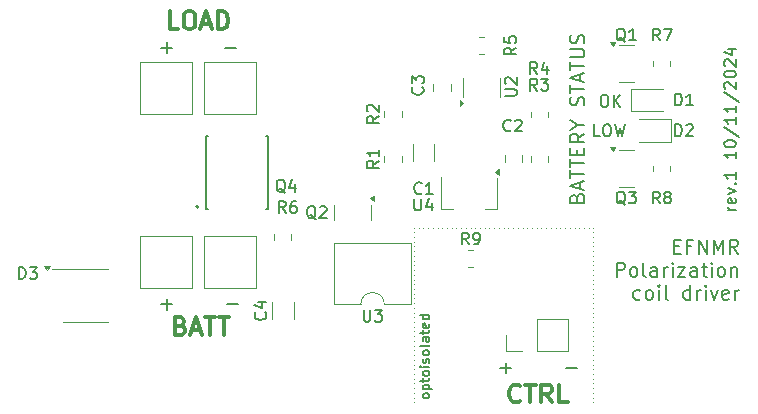
<source format=gbr>
%TF.GenerationSoftware,KiCad,Pcbnew,8.0.0*%
%TF.CreationDate,2024-11-10T13:42:00+01:00*%
%TF.ProjectId,polarizing_coil_driver,706f6c61-7269-47a6-996e-675f636f696c,rev?*%
%TF.SameCoordinates,Original*%
%TF.FileFunction,Legend,Top*%
%TF.FilePolarity,Positive*%
%FSLAX46Y46*%
G04 Gerber Fmt 4.6, Leading zero omitted, Abs format (unit mm)*
G04 Created by KiCad (PCBNEW 8.0.0) date 2024-11-10 13:42:00*
%MOMM*%
%LPD*%
G01*
G04 APERTURE LIST*
%ADD10C,0.100000*%
%ADD11C,0.300000*%
%ADD12C,0.200000*%
%ADD13C,0.150000*%
%ADD14C,0.120000*%
%ADD15C,0.152400*%
G04 APERTURE END LIST*
D10*
X136600000Y-123600000D02*
X136600000Y-123600000D01*
X136600000Y-124000000D02*
X136600000Y-124000000D01*
X136600000Y-124400000D02*
X136600000Y-124400000D01*
X136600000Y-124800000D02*
X136600000Y-124800000D01*
X136600000Y-125200000D02*
X136600000Y-125200000D01*
X136600000Y-125600000D02*
X136600000Y-125600000D01*
X136600000Y-126000000D02*
X136600000Y-126000000D01*
X136600000Y-126400000D02*
X136600000Y-126400000D01*
X136600000Y-126800000D02*
X136600000Y-126800000D01*
X136600000Y-127200000D02*
X136600000Y-127200000D01*
X136600000Y-127600000D02*
X136600000Y-127600000D01*
X136600000Y-128000000D02*
X136600000Y-128000000D01*
X136600000Y-128400000D02*
X136600000Y-128400000D01*
X136600000Y-128800000D02*
X136600000Y-128800000D01*
X136600000Y-129200000D02*
X136600000Y-129200000D01*
X136600000Y-129600000D02*
X136600000Y-129600000D01*
X136600000Y-130000000D02*
X136600000Y-130000000D01*
X136600000Y-130400000D02*
X136600000Y-130400000D01*
X136600000Y-130800000D02*
X136600000Y-130800000D01*
X136600000Y-131200000D02*
X136600000Y-131200000D01*
X136600000Y-131600000D02*
X136600000Y-131600000D01*
X136600000Y-132000000D02*
X136600000Y-132000000D01*
X136600000Y-132400000D02*
X136600000Y-132400000D01*
X136600000Y-132800000D02*
X136600000Y-132800000D01*
X136600000Y-133200000D02*
X136600000Y-133200000D01*
X136600000Y-133600000D02*
X136600000Y-133600000D01*
X136600000Y-134000000D02*
X136600000Y-134000000D01*
X136600000Y-134400000D02*
X136600000Y-134400000D01*
X136600000Y-134800000D02*
X136600000Y-134800000D01*
X136600000Y-135200000D02*
X136600000Y-135200000D01*
X136600000Y-135600000D02*
X136600000Y-135600000D01*
X136600000Y-136000000D02*
X136600000Y-136000000D01*
X136600000Y-136400000D02*
X136600000Y-136400000D01*
X136600000Y-136800000D02*
X136600000Y-136800000D01*
X136600000Y-137200000D02*
X136600000Y-137200000D01*
X136600000Y-137600000D02*
X136600000Y-137600000D01*
X136600000Y-138000000D02*
X136600000Y-138000000D01*
X136600000Y-138400000D02*
X136600000Y-138400000D01*
X136600000Y-123600000D02*
X136600000Y-123600000D01*
X137000000Y-123600000D02*
X137000000Y-123600000D01*
X137400000Y-123600000D02*
X137400000Y-123600000D01*
X137800000Y-123600000D02*
X137800000Y-123600000D01*
X138200000Y-123600000D02*
X138200000Y-123600000D01*
X138600000Y-123600000D02*
X138600000Y-123600000D01*
X139000000Y-123600000D02*
X139000000Y-123600000D01*
X139400000Y-123600000D02*
X139400000Y-123600000D01*
X139800000Y-123600000D02*
X139800000Y-123600000D01*
X140200000Y-123600000D02*
X140200000Y-123600000D01*
X140600000Y-123600000D02*
X140600000Y-123600000D01*
X141000000Y-123600000D02*
X141000000Y-123600000D01*
X141400000Y-123600000D02*
X141400000Y-123600000D01*
X141800000Y-123600000D02*
X141800000Y-123600000D01*
X142200000Y-123600000D02*
X142200000Y-123600000D01*
X142600000Y-123600000D02*
X142600000Y-123600000D01*
X143000000Y-123600000D02*
X143000000Y-123600000D01*
X143400000Y-123600000D02*
X143400000Y-123600000D01*
X143800000Y-123600000D02*
X143800000Y-123600000D01*
X144200000Y-123600000D02*
X144200000Y-123600000D01*
X144600000Y-123600000D02*
X144600000Y-123600000D01*
X145000000Y-123600000D02*
X145000000Y-123600000D01*
X145400000Y-123600000D02*
X145400000Y-123600000D01*
X145800000Y-123600000D02*
X145800000Y-123600000D01*
X146200000Y-123600000D02*
X146200000Y-123600000D01*
X146600000Y-123600000D02*
X146600000Y-123600000D01*
X147000000Y-123600000D02*
X147000000Y-123600000D01*
X147400000Y-123600000D02*
X147400000Y-123600000D01*
X147800000Y-123600000D02*
X147800000Y-123600000D01*
X148200000Y-123600000D02*
X148200000Y-123600000D01*
X148600000Y-123600000D02*
X148600000Y-123600000D01*
X149000000Y-123600000D02*
X149000000Y-123600000D01*
X149400000Y-123600000D02*
X149400000Y-123600000D01*
X149800000Y-123600000D02*
X149800000Y-123600000D01*
X150200000Y-123600000D02*
X150200000Y-123600000D01*
X150600000Y-123600000D02*
X150600000Y-123600000D01*
X151000000Y-123600000D02*
X151000000Y-123600000D01*
X151400000Y-123600000D02*
X151400000Y-123600000D01*
X151800000Y-123600000D02*
X151800000Y-123600000D01*
X151800000Y-123600000D02*
X151800000Y-123600000D01*
X151800000Y-124000000D02*
X151800000Y-124000000D01*
X151800000Y-124400000D02*
X151800000Y-124400000D01*
X151800000Y-124800000D02*
X151800000Y-124800000D01*
X151800000Y-125200000D02*
X151800000Y-125200000D01*
X151800000Y-125600000D02*
X151800000Y-125600000D01*
X151800000Y-126000000D02*
X151800000Y-126000000D01*
X151800000Y-126400000D02*
X151800000Y-126400000D01*
X151800000Y-126800000D02*
X151800000Y-126800000D01*
X151800000Y-127200000D02*
X151800000Y-127200000D01*
X151800000Y-127600000D02*
X151800000Y-127600000D01*
X151800000Y-128000000D02*
X151800000Y-128000000D01*
X151800000Y-128400000D02*
X151800000Y-128400000D01*
X151800000Y-128800000D02*
X151800000Y-128800000D01*
X151800000Y-129200000D02*
X151800000Y-129200000D01*
X151800000Y-129600000D02*
X151800000Y-129600000D01*
X151800000Y-130000000D02*
X151800000Y-130000000D01*
X151800000Y-130400000D02*
X151800000Y-130400000D01*
X151800000Y-130800000D02*
X151800000Y-130800000D01*
X151800000Y-131200000D02*
X151800000Y-131200000D01*
X151800000Y-131600000D02*
X151800000Y-131600000D01*
X151800000Y-132000000D02*
X151800000Y-132000000D01*
X151800000Y-132400000D02*
X151800000Y-132400000D01*
X151800000Y-132800000D02*
X151800000Y-132800000D01*
X151800000Y-133200000D02*
X151800000Y-133200000D01*
X151800000Y-133600000D02*
X151800000Y-133600000D01*
X151800000Y-134000000D02*
X151800000Y-134000000D01*
X151800000Y-134400000D02*
X151800000Y-134400000D01*
X151800000Y-134800000D02*
X151800000Y-134800000D01*
X151800000Y-135200000D02*
X151800000Y-135200000D01*
X151800000Y-135600000D02*
X151800000Y-135600000D01*
X151800000Y-136000000D02*
X151800000Y-136000000D01*
X151800000Y-136400000D02*
X151800000Y-136400000D01*
X151800000Y-136800000D02*
X151800000Y-136800000D01*
X151800000Y-137200000D02*
X151800000Y-137200000D01*
X151800000Y-137600000D02*
X151800000Y-137600000D01*
X151800000Y-138000000D02*
X151800000Y-138000000D01*
X151800000Y-138400000D02*
X151800000Y-138400000D01*
D11*
X116854510Y-131915114D02*
X117068796Y-131986542D01*
X117068796Y-131986542D02*
X117140225Y-132057971D01*
X117140225Y-132057971D02*
X117211653Y-132200828D01*
X117211653Y-132200828D02*
X117211653Y-132415114D01*
X117211653Y-132415114D02*
X117140225Y-132557971D01*
X117140225Y-132557971D02*
X117068796Y-132629400D01*
X117068796Y-132629400D02*
X116925939Y-132700828D01*
X116925939Y-132700828D02*
X116354510Y-132700828D01*
X116354510Y-132700828D02*
X116354510Y-131200828D01*
X116354510Y-131200828D02*
X116854510Y-131200828D01*
X116854510Y-131200828D02*
X116997368Y-131272257D01*
X116997368Y-131272257D02*
X117068796Y-131343685D01*
X117068796Y-131343685D02*
X117140225Y-131486542D01*
X117140225Y-131486542D02*
X117140225Y-131629400D01*
X117140225Y-131629400D02*
X117068796Y-131772257D01*
X117068796Y-131772257D02*
X116997368Y-131843685D01*
X116997368Y-131843685D02*
X116854510Y-131915114D01*
X116854510Y-131915114D02*
X116354510Y-131915114D01*
X117783082Y-132272257D02*
X118497368Y-132272257D01*
X117640225Y-132700828D02*
X118140225Y-131200828D01*
X118140225Y-131200828D02*
X118640225Y-132700828D01*
X118925939Y-131200828D02*
X119783082Y-131200828D01*
X119354510Y-132700828D02*
X119354510Y-131200828D01*
X120068796Y-131200828D02*
X120925939Y-131200828D01*
X120497367Y-132700828D02*
X120497367Y-131200828D01*
D12*
X115217292Y-108372355D02*
X116131578Y-108372355D01*
X115674435Y-108829497D02*
X115674435Y-107915212D01*
X152647649Y-112367219D02*
X152838125Y-112367219D01*
X152838125Y-112367219D02*
X152933363Y-112414838D01*
X152933363Y-112414838D02*
X153028601Y-112510076D01*
X153028601Y-112510076D02*
X153076220Y-112700552D01*
X153076220Y-112700552D02*
X153076220Y-113033885D01*
X153076220Y-113033885D02*
X153028601Y-113224361D01*
X153028601Y-113224361D02*
X152933363Y-113319600D01*
X152933363Y-113319600D02*
X152838125Y-113367219D01*
X152838125Y-113367219D02*
X152647649Y-113367219D01*
X152647649Y-113367219D02*
X152552411Y-113319600D01*
X152552411Y-113319600D02*
X152457173Y-113224361D01*
X152457173Y-113224361D02*
X152409554Y-113033885D01*
X152409554Y-113033885D02*
X152409554Y-112700552D01*
X152409554Y-112700552D02*
X152457173Y-112510076D01*
X152457173Y-112510076D02*
X152552411Y-112414838D01*
X152552411Y-112414838D02*
X152647649Y-112367219D01*
X153504792Y-113367219D02*
X153504792Y-112367219D01*
X154076220Y-113367219D02*
X153647649Y-112795790D01*
X154076220Y-112367219D02*
X153504792Y-112938647D01*
D11*
X145611653Y-138257971D02*
X145540225Y-138329400D01*
X145540225Y-138329400D02*
X145325939Y-138400828D01*
X145325939Y-138400828D02*
X145183082Y-138400828D01*
X145183082Y-138400828D02*
X144968796Y-138329400D01*
X144968796Y-138329400D02*
X144825939Y-138186542D01*
X144825939Y-138186542D02*
X144754510Y-138043685D01*
X144754510Y-138043685D02*
X144683082Y-137757971D01*
X144683082Y-137757971D02*
X144683082Y-137543685D01*
X144683082Y-137543685D02*
X144754510Y-137257971D01*
X144754510Y-137257971D02*
X144825939Y-137115114D01*
X144825939Y-137115114D02*
X144968796Y-136972257D01*
X144968796Y-136972257D02*
X145183082Y-136900828D01*
X145183082Y-136900828D02*
X145325939Y-136900828D01*
X145325939Y-136900828D02*
X145540225Y-136972257D01*
X145540225Y-136972257D02*
X145611653Y-137043685D01*
X146040225Y-136900828D02*
X146897368Y-136900828D01*
X146468796Y-138400828D02*
X146468796Y-136900828D01*
X148254510Y-138400828D02*
X147754510Y-137686542D01*
X147397367Y-138400828D02*
X147397367Y-136900828D01*
X147397367Y-136900828D02*
X147968796Y-136900828D01*
X147968796Y-136900828D02*
X148111653Y-136972257D01*
X148111653Y-136972257D02*
X148183082Y-137043685D01*
X148183082Y-137043685D02*
X148254510Y-137186542D01*
X148254510Y-137186542D02*
X148254510Y-137400828D01*
X148254510Y-137400828D02*
X148183082Y-137543685D01*
X148183082Y-137543685D02*
X148111653Y-137615114D01*
X148111653Y-137615114D02*
X147968796Y-137686542D01*
X147968796Y-137686542D02*
X147397367Y-137686542D01*
X149611653Y-138400828D02*
X148897367Y-138400828D01*
X148897367Y-138400828D02*
X148897367Y-136900828D01*
X116668796Y-106800828D02*
X115954510Y-106800828D01*
X115954510Y-106800828D02*
X115954510Y-105300828D01*
X117454511Y-105300828D02*
X117740225Y-105300828D01*
X117740225Y-105300828D02*
X117883082Y-105372257D01*
X117883082Y-105372257D02*
X118025939Y-105515114D01*
X118025939Y-105515114D02*
X118097368Y-105800828D01*
X118097368Y-105800828D02*
X118097368Y-106300828D01*
X118097368Y-106300828D02*
X118025939Y-106586542D01*
X118025939Y-106586542D02*
X117883082Y-106729400D01*
X117883082Y-106729400D02*
X117740225Y-106800828D01*
X117740225Y-106800828D02*
X117454511Y-106800828D01*
X117454511Y-106800828D02*
X117311654Y-106729400D01*
X117311654Y-106729400D02*
X117168796Y-106586542D01*
X117168796Y-106586542D02*
X117097368Y-106300828D01*
X117097368Y-106300828D02*
X117097368Y-105800828D01*
X117097368Y-105800828D02*
X117168796Y-105515114D01*
X117168796Y-105515114D02*
X117311654Y-105372257D01*
X117311654Y-105372257D02*
X117454511Y-105300828D01*
X118668797Y-106372257D02*
X119383083Y-106372257D01*
X118525940Y-106800828D02*
X119025940Y-105300828D01*
X119025940Y-105300828D02*
X119525940Y-106800828D01*
X120025939Y-106800828D02*
X120025939Y-105300828D01*
X120025939Y-105300828D02*
X120383082Y-105300828D01*
X120383082Y-105300828D02*
X120597368Y-105372257D01*
X120597368Y-105372257D02*
X120740225Y-105515114D01*
X120740225Y-105515114D02*
X120811654Y-105657971D01*
X120811654Y-105657971D02*
X120883082Y-105943685D01*
X120883082Y-105943685D02*
X120883082Y-106157971D01*
X120883082Y-106157971D02*
X120811654Y-106443685D01*
X120811654Y-106443685D02*
X120740225Y-106586542D01*
X120740225Y-106586542D02*
X120597368Y-106729400D01*
X120597368Y-106729400D02*
X120383082Y-106800828D01*
X120383082Y-106800828D02*
X120025939Y-106800828D01*
D12*
X120817292Y-130085600D02*
X121731578Y-130085600D01*
X158611279Y-125200305D02*
X159011279Y-125200305D01*
X159182707Y-125828876D02*
X158611279Y-125828876D01*
X158611279Y-125828876D02*
X158611279Y-124628876D01*
X158611279Y-124628876D02*
X159182707Y-124628876D01*
X160096993Y-125200305D02*
X159696993Y-125200305D01*
X159696993Y-125828876D02*
X159696993Y-124628876D01*
X159696993Y-124628876D02*
X160268421Y-124628876D01*
X160725564Y-125828876D02*
X160725564Y-124628876D01*
X160725564Y-124628876D02*
X161411278Y-125828876D01*
X161411278Y-125828876D02*
X161411278Y-124628876D01*
X161982707Y-125828876D02*
X161982707Y-124628876D01*
X161982707Y-124628876D02*
X162382707Y-125486019D01*
X162382707Y-125486019D02*
X162782707Y-124628876D01*
X162782707Y-124628876D02*
X162782707Y-125828876D01*
X164039850Y-125828876D02*
X163639850Y-125257448D01*
X163354136Y-125828876D02*
X163354136Y-124628876D01*
X163354136Y-124628876D02*
X163811279Y-124628876D01*
X163811279Y-124628876D02*
X163925564Y-124686019D01*
X163925564Y-124686019D02*
X163982707Y-124743162D01*
X163982707Y-124743162D02*
X164039850Y-124857448D01*
X164039850Y-124857448D02*
X164039850Y-125028876D01*
X164039850Y-125028876D02*
X163982707Y-125143162D01*
X163982707Y-125143162D02*
X163925564Y-125200305D01*
X163925564Y-125200305D02*
X163811279Y-125257448D01*
X163811279Y-125257448D02*
X163354136Y-125257448D01*
X153754137Y-127760809D02*
X153754137Y-126560809D01*
X153754137Y-126560809D02*
X154211280Y-126560809D01*
X154211280Y-126560809D02*
X154325565Y-126617952D01*
X154325565Y-126617952D02*
X154382708Y-126675095D01*
X154382708Y-126675095D02*
X154439851Y-126789381D01*
X154439851Y-126789381D02*
X154439851Y-126960809D01*
X154439851Y-126960809D02*
X154382708Y-127075095D01*
X154382708Y-127075095D02*
X154325565Y-127132238D01*
X154325565Y-127132238D02*
X154211280Y-127189381D01*
X154211280Y-127189381D02*
X153754137Y-127189381D01*
X155125565Y-127760809D02*
X155011280Y-127703667D01*
X155011280Y-127703667D02*
X154954137Y-127646524D01*
X154954137Y-127646524D02*
X154896994Y-127532238D01*
X154896994Y-127532238D02*
X154896994Y-127189381D01*
X154896994Y-127189381D02*
X154954137Y-127075095D01*
X154954137Y-127075095D02*
X155011280Y-127017952D01*
X155011280Y-127017952D02*
X155125565Y-126960809D01*
X155125565Y-126960809D02*
X155296994Y-126960809D01*
X155296994Y-126960809D02*
X155411280Y-127017952D01*
X155411280Y-127017952D02*
X155468423Y-127075095D01*
X155468423Y-127075095D02*
X155525565Y-127189381D01*
X155525565Y-127189381D02*
X155525565Y-127532238D01*
X155525565Y-127532238D02*
X155468423Y-127646524D01*
X155468423Y-127646524D02*
X155411280Y-127703667D01*
X155411280Y-127703667D02*
X155296994Y-127760809D01*
X155296994Y-127760809D02*
X155125565Y-127760809D01*
X156211279Y-127760809D02*
X156096994Y-127703667D01*
X156096994Y-127703667D02*
X156039851Y-127589381D01*
X156039851Y-127589381D02*
X156039851Y-126560809D01*
X157182708Y-127760809D02*
X157182708Y-127132238D01*
X157182708Y-127132238D02*
X157125565Y-127017952D01*
X157125565Y-127017952D02*
X157011279Y-126960809D01*
X157011279Y-126960809D02*
X156782708Y-126960809D01*
X156782708Y-126960809D02*
X156668422Y-127017952D01*
X157182708Y-127703667D02*
X157068422Y-127760809D01*
X157068422Y-127760809D02*
X156782708Y-127760809D01*
X156782708Y-127760809D02*
X156668422Y-127703667D01*
X156668422Y-127703667D02*
X156611279Y-127589381D01*
X156611279Y-127589381D02*
X156611279Y-127475095D01*
X156611279Y-127475095D02*
X156668422Y-127360809D01*
X156668422Y-127360809D02*
X156782708Y-127303667D01*
X156782708Y-127303667D02*
X157068422Y-127303667D01*
X157068422Y-127303667D02*
X157182708Y-127246524D01*
X157754136Y-127760809D02*
X157754136Y-126960809D01*
X157754136Y-127189381D02*
X157811279Y-127075095D01*
X157811279Y-127075095D02*
X157868422Y-127017952D01*
X157868422Y-127017952D02*
X157982707Y-126960809D01*
X157982707Y-126960809D02*
X158096993Y-126960809D01*
X158496993Y-127760809D02*
X158496993Y-126960809D01*
X158496993Y-126560809D02*
X158439850Y-126617952D01*
X158439850Y-126617952D02*
X158496993Y-126675095D01*
X158496993Y-126675095D02*
X158554136Y-126617952D01*
X158554136Y-126617952D02*
X158496993Y-126560809D01*
X158496993Y-126560809D02*
X158496993Y-126675095D01*
X158954136Y-126960809D02*
X159582708Y-126960809D01*
X159582708Y-126960809D02*
X158954136Y-127760809D01*
X158954136Y-127760809D02*
X159582708Y-127760809D01*
X160554137Y-127760809D02*
X160554137Y-127132238D01*
X160554137Y-127132238D02*
X160496994Y-127017952D01*
X160496994Y-127017952D02*
X160382708Y-126960809D01*
X160382708Y-126960809D02*
X160154137Y-126960809D01*
X160154137Y-126960809D02*
X160039851Y-127017952D01*
X160554137Y-127703667D02*
X160439851Y-127760809D01*
X160439851Y-127760809D02*
X160154137Y-127760809D01*
X160154137Y-127760809D02*
X160039851Y-127703667D01*
X160039851Y-127703667D02*
X159982708Y-127589381D01*
X159982708Y-127589381D02*
X159982708Y-127475095D01*
X159982708Y-127475095D02*
X160039851Y-127360809D01*
X160039851Y-127360809D02*
X160154137Y-127303667D01*
X160154137Y-127303667D02*
X160439851Y-127303667D01*
X160439851Y-127303667D02*
X160554137Y-127246524D01*
X160954136Y-126960809D02*
X161411279Y-126960809D01*
X161125565Y-126560809D02*
X161125565Y-127589381D01*
X161125565Y-127589381D02*
X161182708Y-127703667D01*
X161182708Y-127703667D02*
X161296993Y-127760809D01*
X161296993Y-127760809D02*
X161411279Y-127760809D01*
X161811279Y-127760809D02*
X161811279Y-126960809D01*
X161811279Y-126560809D02*
X161754136Y-126617952D01*
X161754136Y-126617952D02*
X161811279Y-126675095D01*
X161811279Y-126675095D02*
X161868422Y-126617952D01*
X161868422Y-126617952D02*
X161811279Y-126560809D01*
X161811279Y-126560809D02*
X161811279Y-126675095D01*
X162554136Y-127760809D02*
X162439851Y-127703667D01*
X162439851Y-127703667D02*
X162382708Y-127646524D01*
X162382708Y-127646524D02*
X162325565Y-127532238D01*
X162325565Y-127532238D02*
X162325565Y-127189381D01*
X162325565Y-127189381D02*
X162382708Y-127075095D01*
X162382708Y-127075095D02*
X162439851Y-127017952D01*
X162439851Y-127017952D02*
X162554136Y-126960809D01*
X162554136Y-126960809D02*
X162725565Y-126960809D01*
X162725565Y-126960809D02*
X162839851Y-127017952D01*
X162839851Y-127017952D02*
X162896994Y-127075095D01*
X162896994Y-127075095D02*
X162954136Y-127189381D01*
X162954136Y-127189381D02*
X162954136Y-127532238D01*
X162954136Y-127532238D02*
X162896994Y-127646524D01*
X162896994Y-127646524D02*
X162839851Y-127703667D01*
X162839851Y-127703667D02*
X162725565Y-127760809D01*
X162725565Y-127760809D02*
X162554136Y-127760809D01*
X163468422Y-126960809D02*
X163468422Y-127760809D01*
X163468422Y-127075095D02*
X163525565Y-127017952D01*
X163525565Y-127017952D02*
X163639850Y-126960809D01*
X163639850Y-126960809D02*
X163811279Y-126960809D01*
X163811279Y-126960809D02*
X163925565Y-127017952D01*
X163925565Y-127017952D02*
X163982708Y-127132238D01*
X163982708Y-127132238D02*
X163982708Y-127760809D01*
X155754137Y-129635600D02*
X155639851Y-129692742D01*
X155639851Y-129692742D02*
X155411279Y-129692742D01*
X155411279Y-129692742D02*
X155296994Y-129635600D01*
X155296994Y-129635600D02*
X155239851Y-129578457D01*
X155239851Y-129578457D02*
X155182708Y-129464171D01*
X155182708Y-129464171D02*
X155182708Y-129121314D01*
X155182708Y-129121314D02*
X155239851Y-129007028D01*
X155239851Y-129007028D02*
X155296994Y-128949885D01*
X155296994Y-128949885D02*
X155411279Y-128892742D01*
X155411279Y-128892742D02*
X155639851Y-128892742D01*
X155639851Y-128892742D02*
X155754137Y-128949885D01*
X156439850Y-129692742D02*
X156325565Y-129635600D01*
X156325565Y-129635600D02*
X156268422Y-129578457D01*
X156268422Y-129578457D02*
X156211279Y-129464171D01*
X156211279Y-129464171D02*
X156211279Y-129121314D01*
X156211279Y-129121314D02*
X156268422Y-129007028D01*
X156268422Y-129007028D02*
X156325565Y-128949885D01*
X156325565Y-128949885D02*
X156439850Y-128892742D01*
X156439850Y-128892742D02*
X156611279Y-128892742D01*
X156611279Y-128892742D02*
X156725565Y-128949885D01*
X156725565Y-128949885D02*
X156782708Y-129007028D01*
X156782708Y-129007028D02*
X156839850Y-129121314D01*
X156839850Y-129121314D02*
X156839850Y-129464171D01*
X156839850Y-129464171D02*
X156782708Y-129578457D01*
X156782708Y-129578457D02*
X156725565Y-129635600D01*
X156725565Y-129635600D02*
X156611279Y-129692742D01*
X156611279Y-129692742D02*
X156439850Y-129692742D01*
X157354136Y-129692742D02*
X157354136Y-128892742D01*
X157354136Y-128492742D02*
X157296993Y-128549885D01*
X157296993Y-128549885D02*
X157354136Y-128607028D01*
X157354136Y-128607028D02*
X157411279Y-128549885D01*
X157411279Y-128549885D02*
X157354136Y-128492742D01*
X157354136Y-128492742D02*
X157354136Y-128607028D01*
X158096993Y-129692742D02*
X157982708Y-129635600D01*
X157982708Y-129635600D02*
X157925565Y-129521314D01*
X157925565Y-129521314D02*
X157925565Y-128492742D01*
X159982708Y-129692742D02*
X159982708Y-128492742D01*
X159982708Y-129635600D02*
X159868422Y-129692742D01*
X159868422Y-129692742D02*
X159639850Y-129692742D01*
X159639850Y-129692742D02*
X159525565Y-129635600D01*
X159525565Y-129635600D02*
X159468422Y-129578457D01*
X159468422Y-129578457D02*
X159411279Y-129464171D01*
X159411279Y-129464171D02*
X159411279Y-129121314D01*
X159411279Y-129121314D02*
X159468422Y-129007028D01*
X159468422Y-129007028D02*
X159525565Y-128949885D01*
X159525565Y-128949885D02*
X159639850Y-128892742D01*
X159639850Y-128892742D02*
X159868422Y-128892742D01*
X159868422Y-128892742D02*
X159982708Y-128949885D01*
X160554136Y-129692742D02*
X160554136Y-128892742D01*
X160554136Y-129121314D02*
X160611279Y-129007028D01*
X160611279Y-129007028D02*
X160668422Y-128949885D01*
X160668422Y-128949885D02*
X160782707Y-128892742D01*
X160782707Y-128892742D02*
X160896993Y-128892742D01*
X161296993Y-129692742D02*
X161296993Y-128892742D01*
X161296993Y-128492742D02*
X161239850Y-128549885D01*
X161239850Y-128549885D02*
X161296993Y-128607028D01*
X161296993Y-128607028D02*
X161354136Y-128549885D01*
X161354136Y-128549885D02*
X161296993Y-128492742D01*
X161296993Y-128492742D02*
X161296993Y-128607028D01*
X161754136Y-128892742D02*
X162039850Y-129692742D01*
X162039850Y-129692742D02*
X162325565Y-128892742D01*
X163239851Y-129635600D02*
X163125565Y-129692742D01*
X163125565Y-129692742D02*
X162896994Y-129692742D01*
X162896994Y-129692742D02*
X162782708Y-129635600D01*
X162782708Y-129635600D02*
X162725565Y-129521314D01*
X162725565Y-129521314D02*
X162725565Y-129064171D01*
X162725565Y-129064171D02*
X162782708Y-128949885D01*
X162782708Y-128949885D02*
X162896994Y-128892742D01*
X162896994Y-128892742D02*
X163125565Y-128892742D01*
X163125565Y-128892742D02*
X163239851Y-128949885D01*
X163239851Y-128949885D02*
X163296994Y-129064171D01*
X163296994Y-129064171D02*
X163296994Y-129178457D01*
X163296994Y-129178457D02*
X162725565Y-129292742D01*
X163811279Y-129692742D02*
X163811279Y-128892742D01*
X163811279Y-129121314D02*
X163868422Y-129007028D01*
X163868422Y-129007028D02*
X163925565Y-128949885D01*
X163925565Y-128949885D02*
X164039850Y-128892742D01*
X164039850Y-128892742D02*
X164154136Y-128892742D01*
X115217292Y-130085600D02*
X116131578Y-130085600D01*
X115674435Y-130542742D02*
X115674435Y-129628457D01*
D13*
X137894295Y-137896554D02*
X137856200Y-137972744D01*
X137856200Y-137972744D02*
X137818104Y-138010839D01*
X137818104Y-138010839D02*
X137741914Y-138048935D01*
X137741914Y-138048935D02*
X137513342Y-138048935D01*
X137513342Y-138048935D02*
X137437152Y-138010839D01*
X137437152Y-138010839D02*
X137399057Y-137972744D01*
X137399057Y-137972744D02*
X137360961Y-137896554D01*
X137360961Y-137896554D02*
X137360961Y-137782268D01*
X137360961Y-137782268D02*
X137399057Y-137706077D01*
X137399057Y-137706077D02*
X137437152Y-137667982D01*
X137437152Y-137667982D02*
X137513342Y-137629887D01*
X137513342Y-137629887D02*
X137741914Y-137629887D01*
X137741914Y-137629887D02*
X137818104Y-137667982D01*
X137818104Y-137667982D02*
X137856200Y-137706077D01*
X137856200Y-137706077D02*
X137894295Y-137782268D01*
X137894295Y-137782268D02*
X137894295Y-137896554D01*
X137360961Y-137287029D02*
X138160961Y-137287029D01*
X137399057Y-137287029D02*
X137360961Y-137210839D01*
X137360961Y-137210839D02*
X137360961Y-137058458D01*
X137360961Y-137058458D02*
X137399057Y-136982267D01*
X137399057Y-136982267D02*
X137437152Y-136944172D01*
X137437152Y-136944172D02*
X137513342Y-136906077D01*
X137513342Y-136906077D02*
X137741914Y-136906077D01*
X137741914Y-136906077D02*
X137818104Y-136944172D01*
X137818104Y-136944172D02*
X137856200Y-136982267D01*
X137856200Y-136982267D02*
X137894295Y-137058458D01*
X137894295Y-137058458D02*
X137894295Y-137210839D01*
X137894295Y-137210839D02*
X137856200Y-137287029D01*
X137360961Y-136677505D02*
X137360961Y-136372743D01*
X137094295Y-136563219D02*
X137780009Y-136563219D01*
X137780009Y-136563219D02*
X137856200Y-136525124D01*
X137856200Y-136525124D02*
X137894295Y-136448934D01*
X137894295Y-136448934D02*
X137894295Y-136372743D01*
X137894295Y-135991791D02*
X137856200Y-136067981D01*
X137856200Y-136067981D02*
X137818104Y-136106076D01*
X137818104Y-136106076D02*
X137741914Y-136144172D01*
X137741914Y-136144172D02*
X137513342Y-136144172D01*
X137513342Y-136144172D02*
X137437152Y-136106076D01*
X137437152Y-136106076D02*
X137399057Y-136067981D01*
X137399057Y-136067981D02*
X137360961Y-135991791D01*
X137360961Y-135991791D02*
X137360961Y-135877505D01*
X137360961Y-135877505D02*
X137399057Y-135801314D01*
X137399057Y-135801314D02*
X137437152Y-135763219D01*
X137437152Y-135763219D02*
X137513342Y-135725124D01*
X137513342Y-135725124D02*
X137741914Y-135725124D01*
X137741914Y-135725124D02*
X137818104Y-135763219D01*
X137818104Y-135763219D02*
X137856200Y-135801314D01*
X137856200Y-135801314D02*
X137894295Y-135877505D01*
X137894295Y-135877505D02*
X137894295Y-135991791D01*
X137894295Y-135382266D02*
X137360961Y-135382266D01*
X137094295Y-135382266D02*
X137132390Y-135420362D01*
X137132390Y-135420362D02*
X137170485Y-135382266D01*
X137170485Y-135382266D02*
X137132390Y-135344171D01*
X137132390Y-135344171D02*
X137094295Y-135382266D01*
X137094295Y-135382266D02*
X137170485Y-135382266D01*
X137856200Y-135039410D02*
X137894295Y-134963219D01*
X137894295Y-134963219D02*
X137894295Y-134810838D01*
X137894295Y-134810838D02*
X137856200Y-134734648D01*
X137856200Y-134734648D02*
X137780009Y-134696552D01*
X137780009Y-134696552D02*
X137741914Y-134696552D01*
X137741914Y-134696552D02*
X137665723Y-134734648D01*
X137665723Y-134734648D02*
X137627628Y-134810838D01*
X137627628Y-134810838D02*
X137627628Y-134925124D01*
X137627628Y-134925124D02*
X137589533Y-135001314D01*
X137589533Y-135001314D02*
X137513342Y-135039410D01*
X137513342Y-135039410D02*
X137475247Y-135039410D01*
X137475247Y-135039410D02*
X137399057Y-135001314D01*
X137399057Y-135001314D02*
X137360961Y-134925124D01*
X137360961Y-134925124D02*
X137360961Y-134810838D01*
X137360961Y-134810838D02*
X137399057Y-134734648D01*
X137894295Y-134239410D02*
X137856200Y-134315600D01*
X137856200Y-134315600D02*
X137818104Y-134353695D01*
X137818104Y-134353695D02*
X137741914Y-134391791D01*
X137741914Y-134391791D02*
X137513342Y-134391791D01*
X137513342Y-134391791D02*
X137437152Y-134353695D01*
X137437152Y-134353695D02*
X137399057Y-134315600D01*
X137399057Y-134315600D02*
X137360961Y-134239410D01*
X137360961Y-134239410D02*
X137360961Y-134125124D01*
X137360961Y-134125124D02*
X137399057Y-134048933D01*
X137399057Y-134048933D02*
X137437152Y-134010838D01*
X137437152Y-134010838D02*
X137513342Y-133972743D01*
X137513342Y-133972743D02*
X137741914Y-133972743D01*
X137741914Y-133972743D02*
X137818104Y-134010838D01*
X137818104Y-134010838D02*
X137856200Y-134048933D01*
X137856200Y-134048933D02*
X137894295Y-134125124D01*
X137894295Y-134125124D02*
X137894295Y-134239410D01*
X137894295Y-133515600D02*
X137856200Y-133591790D01*
X137856200Y-133591790D02*
X137780009Y-133629885D01*
X137780009Y-133629885D02*
X137094295Y-133629885D01*
X137894295Y-132867980D02*
X137475247Y-132867980D01*
X137475247Y-132867980D02*
X137399057Y-132906075D01*
X137399057Y-132906075D02*
X137360961Y-132982266D01*
X137360961Y-132982266D02*
X137360961Y-133134647D01*
X137360961Y-133134647D02*
X137399057Y-133210837D01*
X137856200Y-132867980D02*
X137894295Y-132944171D01*
X137894295Y-132944171D02*
X137894295Y-133134647D01*
X137894295Y-133134647D02*
X137856200Y-133210837D01*
X137856200Y-133210837D02*
X137780009Y-133248933D01*
X137780009Y-133248933D02*
X137703819Y-133248933D01*
X137703819Y-133248933D02*
X137627628Y-133210837D01*
X137627628Y-133210837D02*
X137589533Y-133134647D01*
X137589533Y-133134647D02*
X137589533Y-132944171D01*
X137589533Y-132944171D02*
X137551438Y-132867980D01*
X137360961Y-132601313D02*
X137360961Y-132296551D01*
X137094295Y-132487027D02*
X137780009Y-132487027D01*
X137780009Y-132487027D02*
X137856200Y-132448932D01*
X137856200Y-132448932D02*
X137894295Y-132372742D01*
X137894295Y-132372742D02*
X137894295Y-132296551D01*
X137856200Y-131725122D02*
X137894295Y-131801313D01*
X137894295Y-131801313D02*
X137894295Y-131953694D01*
X137894295Y-131953694D02*
X137856200Y-132029884D01*
X137856200Y-132029884D02*
X137780009Y-132067980D01*
X137780009Y-132067980D02*
X137475247Y-132067980D01*
X137475247Y-132067980D02*
X137399057Y-132029884D01*
X137399057Y-132029884D02*
X137360961Y-131953694D01*
X137360961Y-131953694D02*
X137360961Y-131801313D01*
X137360961Y-131801313D02*
X137399057Y-131725122D01*
X137399057Y-131725122D02*
X137475247Y-131687027D01*
X137475247Y-131687027D02*
X137551438Y-131687027D01*
X137551438Y-131687027D02*
X137627628Y-132067980D01*
X137894295Y-131001313D02*
X137094295Y-131001313D01*
X137856200Y-131001313D02*
X137894295Y-131077504D01*
X137894295Y-131077504D02*
X137894295Y-131229885D01*
X137894295Y-131229885D02*
X137856200Y-131306075D01*
X137856200Y-131306075D02*
X137818104Y-131344170D01*
X137818104Y-131344170D02*
X137741914Y-131382266D01*
X137741914Y-131382266D02*
X137513342Y-131382266D01*
X137513342Y-131382266D02*
X137437152Y-131344170D01*
X137437152Y-131344170D02*
X137399057Y-131306075D01*
X137399057Y-131306075D02*
X137360961Y-131229885D01*
X137360961Y-131229885D02*
X137360961Y-131077504D01*
X137360961Y-131077504D02*
X137399057Y-131001313D01*
D12*
X150401671Y-121082707D02*
X150458814Y-120911279D01*
X150458814Y-120911279D02*
X150515957Y-120854136D01*
X150515957Y-120854136D02*
X150630242Y-120796993D01*
X150630242Y-120796993D02*
X150801671Y-120796993D01*
X150801671Y-120796993D02*
X150915957Y-120854136D01*
X150915957Y-120854136D02*
X150973100Y-120911279D01*
X150973100Y-120911279D02*
X151030242Y-121025564D01*
X151030242Y-121025564D02*
X151030242Y-121482707D01*
X151030242Y-121482707D02*
X149830242Y-121482707D01*
X149830242Y-121482707D02*
X149830242Y-121082707D01*
X149830242Y-121082707D02*
X149887385Y-120968422D01*
X149887385Y-120968422D02*
X149944528Y-120911279D01*
X149944528Y-120911279D02*
X150058814Y-120854136D01*
X150058814Y-120854136D02*
X150173100Y-120854136D01*
X150173100Y-120854136D02*
X150287385Y-120911279D01*
X150287385Y-120911279D02*
X150344528Y-120968422D01*
X150344528Y-120968422D02*
X150401671Y-121082707D01*
X150401671Y-121082707D02*
X150401671Y-121482707D01*
X150687385Y-120339850D02*
X150687385Y-119768422D01*
X151030242Y-120454136D02*
X149830242Y-120054136D01*
X149830242Y-120054136D02*
X151030242Y-119654136D01*
X149830242Y-119425565D02*
X149830242Y-118739851D01*
X151030242Y-119082708D02*
X149830242Y-119082708D01*
X149830242Y-118511279D02*
X149830242Y-117825565D01*
X151030242Y-118168422D02*
X149830242Y-118168422D01*
X150401671Y-117425564D02*
X150401671Y-117025564D01*
X151030242Y-116854136D02*
X151030242Y-117425564D01*
X151030242Y-117425564D02*
X149830242Y-117425564D01*
X149830242Y-117425564D02*
X149830242Y-116854136D01*
X151030242Y-115654136D02*
X150458814Y-116054136D01*
X151030242Y-116339850D02*
X149830242Y-116339850D01*
X149830242Y-116339850D02*
X149830242Y-115882707D01*
X149830242Y-115882707D02*
X149887385Y-115768422D01*
X149887385Y-115768422D02*
X149944528Y-115711279D01*
X149944528Y-115711279D02*
X150058814Y-115654136D01*
X150058814Y-115654136D02*
X150230242Y-115654136D01*
X150230242Y-115654136D02*
X150344528Y-115711279D01*
X150344528Y-115711279D02*
X150401671Y-115768422D01*
X150401671Y-115768422D02*
X150458814Y-115882707D01*
X150458814Y-115882707D02*
X150458814Y-116339850D01*
X150458814Y-114911279D02*
X151030242Y-114911279D01*
X149830242Y-115311279D02*
X150458814Y-114911279D01*
X150458814Y-114911279D02*
X149830242Y-114511279D01*
X150973100Y-113254136D02*
X151030242Y-113082708D01*
X151030242Y-113082708D02*
X151030242Y-112796993D01*
X151030242Y-112796993D02*
X150973100Y-112682708D01*
X150973100Y-112682708D02*
X150915957Y-112625565D01*
X150915957Y-112625565D02*
X150801671Y-112568422D01*
X150801671Y-112568422D02*
X150687385Y-112568422D01*
X150687385Y-112568422D02*
X150573100Y-112625565D01*
X150573100Y-112625565D02*
X150515957Y-112682708D01*
X150515957Y-112682708D02*
X150458814Y-112796993D01*
X150458814Y-112796993D02*
X150401671Y-113025565D01*
X150401671Y-113025565D02*
X150344528Y-113139850D01*
X150344528Y-113139850D02*
X150287385Y-113196993D01*
X150287385Y-113196993D02*
X150173100Y-113254136D01*
X150173100Y-113254136D02*
X150058814Y-113254136D01*
X150058814Y-113254136D02*
X149944528Y-113196993D01*
X149944528Y-113196993D02*
X149887385Y-113139850D01*
X149887385Y-113139850D02*
X149830242Y-113025565D01*
X149830242Y-113025565D02*
X149830242Y-112739850D01*
X149830242Y-112739850D02*
X149887385Y-112568422D01*
X149830242Y-112225565D02*
X149830242Y-111539851D01*
X151030242Y-111882708D02*
X149830242Y-111882708D01*
X150687385Y-111196993D02*
X150687385Y-110625565D01*
X151030242Y-111311279D02*
X149830242Y-110911279D01*
X149830242Y-110911279D02*
X151030242Y-110511279D01*
X149830242Y-110282708D02*
X149830242Y-109596994D01*
X151030242Y-109939851D02*
X149830242Y-109939851D01*
X149830242Y-109196993D02*
X150801671Y-109196993D01*
X150801671Y-109196993D02*
X150915957Y-109139850D01*
X150915957Y-109139850D02*
X150973100Y-109082708D01*
X150973100Y-109082708D02*
X151030242Y-108968422D01*
X151030242Y-108968422D02*
X151030242Y-108739850D01*
X151030242Y-108739850D02*
X150973100Y-108625565D01*
X150973100Y-108625565D02*
X150915957Y-108568422D01*
X150915957Y-108568422D02*
X150801671Y-108511279D01*
X150801671Y-108511279D02*
X149830242Y-108511279D01*
X150973100Y-107996993D02*
X151030242Y-107825565D01*
X151030242Y-107825565D02*
X151030242Y-107539850D01*
X151030242Y-107539850D02*
X150973100Y-107425565D01*
X150973100Y-107425565D02*
X150915957Y-107368422D01*
X150915957Y-107368422D02*
X150801671Y-107311279D01*
X150801671Y-107311279D02*
X150687385Y-107311279D01*
X150687385Y-107311279D02*
X150573100Y-107368422D01*
X150573100Y-107368422D02*
X150515957Y-107425565D01*
X150515957Y-107425565D02*
X150458814Y-107539850D01*
X150458814Y-107539850D02*
X150401671Y-107768422D01*
X150401671Y-107768422D02*
X150344528Y-107882707D01*
X150344528Y-107882707D02*
X150287385Y-107939850D01*
X150287385Y-107939850D02*
X150173100Y-107996993D01*
X150173100Y-107996993D02*
X150058814Y-107996993D01*
X150058814Y-107996993D02*
X149944528Y-107939850D01*
X149944528Y-107939850D02*
X149887385Y-107882707D01*
X149887385Y-107882707D02*
X149830242Y-107768422D01*
X149830242Y-107768422D02*
X149830242Y-107482707D01*
X149830242Y-107482707D02*
X149887385Y-107311279D01*
X143917292Y-135485600D02*
X144831578Y-135485600D01*
X144374435Y-135942742D02*
X144374435Y-135028457D01*
X163867219Y-122130326D02*
X163200552Y-122130326D01*
X163391028Y-122130326D02*
X163295790Y-122082707D01*
X163295790Y-122082707D02*
X163248171Y-122035088D01*
X163248171Y-122035088D02*
X163200552Y-121939850D01*
X163200552Y-121939850D02*
X163200552Y-121844612D01*
X163819600Y-121130326D02*
X163867219Y-121225564D01*
X163867219Y-121225564D02*
X163867219Y-121416040D01*
X163867219Y-121416040D02*
X163819600Y-121511278D01*
X163819600Y-121511278D02*
X163724361Y-121558897D01*
X163724361Y-121558897D02*
X163343409Y-121558897D01*
X163343409Y-121558897D02*
X163248171Y-121511278D01*
X163248171Y-121511278D02*
X163200552Y-121416040D01*
X163200552Y-121416040D02*
X163200552Y-121225564D01*
X163200552Y-121225564D02*
X163248171Y-121130326D01*
X163248171Y-121130326D02*
X163343409Y-121082707D01*
X163343409Y-121082707D02*
X163438647Y-121082707D01*
X163438647Y-121082707D02*
X163533885Y-121558897D01*
X163200552Y-120749373D02*
X163867219Y-120511278D01*
X163867219Y-120511278D02*
X163200552Y-120273183D01*
X163771980Y-119892230D02*
X163819600Y-119844611D01*
X163819600Y-119844611D02*
X163867219Y-119892230D01*
X163867219Y-119892230D02*
X163819600Y-119939849D01*
X163819600Y-119939849D02*
X163771980Y-119892230D01*
X163771980Y-119892230D02*
X163867219Y-119892230D01*
X163867219Y-118892231D02*
X163867219Y-119463659D01*
X163867219Y-119177945D02*
X162867219Y-119177945D01*
X162867219Y-119177945D02*
X163010076Y-119273183D01*
X163010076Y-119273183D02*
X163105314Y-119368421D01*
X163105314Y-119368421D02*
X163152933Y-119463659D01*
X163867219Y-117177945D02*
X163867219Y-117749373D01*
X163867219Y-117463659D02*
X162867219Y-117463659D01*
X162867219Y-117463659D02*
X163010076Y-117558897D01*
X163010076Y-117558897D02*
X163105314Y-117654135D01*
X163105314Y-117654135D02*
X163152933Y-117749373D01*
X162867219Y-116558897D02*
X162867219Y-116463659D01*
X162867219Y-116463659D02*
X162914838Y-116368421D01*
X162914838Y-116368421D02*
X162962457Y-116320802D01*
X162962457Y-116320802D02*
X163057695Y-116273183D01*
X163057695Y-116273183D02*
X163248171Y-116225564D01*
X163248171Y-116225564D02*
X163486266Y-116225564D01*
X163486266Y-116225564D02*
X163676742Y-116273183D01*
X163676742Y-116273183D02*
X163771980Y-116320802D01*
X163771980Y-116320802D02*
X163819600Y-116368421D01*
X163819600Y-116368421D02*
X163867219Y-116463659D01*
X163867219Y-116463659D02*
X163867219Y-116558897D01*
X163867219Y-116558897D02*
X163819600Y-116654135D01*
X163819600Y-116654135D02*
X163771980Y-116701754D01*
X163771980Y-116701754D02*
X163676742Y-116749373D01*
X163676742Y-116749373D02*
X163486266Y-116796992D01*
X163486266Y-116796992D02*
X163248171Y-116796992D01*
X163248171Y-116796992D02*
X163057695Y-116749373D01*
X163057695Y-116749373D02*
X162962457Y-116701754D01*
X162962457Y-116701754D02*
X162914838Y-116654135D01*
X162914838Y-116654135D02*
X162867219Y-116558897D01*
X162819600Y-115082707D02*
X164105314Y-115939849D01*
X163867219Y-114225564D02*
X163867219Y-114796992D01*
X163867219Y-114511278D02*
X162867219Y-114511278D01*
X162867219Y-114511278D02*
X163010076Y-114606516D01*
X163010076Y-114606516D02*
X163105314Y-114701754D01*
X163105314Y-114701754D02*
X163152933Y-114796992D01*
X163867219Y-113273183D02*
X163867219Y-113844611D01*
X163867219Y-113558897D02*
X162867219Y-113558897D01*
X162867219Y-113558897D02*
X163010076Y-113654135D01*
X163010076Y-113654135D02*
X163105314Y-113749373D01*
X163105314Y-113749373D02*
X163152933Y-113844611D01*
X162819600Y-112130326D02*
X164105314Y-112987468D01*
X162962457Y-111844611D02*
X162914838Y-111796992D01*
X162914838Y-111796992D02*
X162867219Y-111701754D01*
X162867219Y-111701754D02*
X162867219Y-111463659D01*
X162867219Y-111463659D02*
X162914838Y-111368421D01*
X162914838Y-111368421D02*
X162962457Y-111320802D01*
X162962457Y-111320802D02*
X163057695Y-111273183D01*
X163057695Y-111273183D02*
X163152933Y-111273183D01*
X163152933Y-111273183D02*
X163295790Y-111320802D01*
X163295790Y-111320802D02*
X163867219Y-111892230D01*
X163867219Y-111892230D02*
X163867219Y-111273183D01*
X162867219Y-110654135D02*
X162867219Y-110558897D01*
X162867219Y-110558897D02*
X162914838Y-110463659D01*
X162914838Y-110463659D02*
X162962457Y-110416040D01*
X162962457Y-110416040D02*
X163057695Y-110368421D01*
X163057695Y-110368421D02*
X163248171Y-110320802D01*
X163248171Y-110320802D02*
X163486266Y-110320802D01*
X163486266Y-110320802D02*
X163676742Y-110368421D01*
X163676742Y-110368421D02*
X163771980Y-110416040D01*
X163771980Y-110416040D02*
X163819600Y-110463659D01*
X163819600Y-110463659D02*
X163867219Y-110558897D01*
X163867219Y-110558897D02*
X163867219Y-110654135D01*
X163867219Y-110654135D02*
X163819600Y-110749373D01*
X163819600Y-110749373D02*
X163771980Y-110796992D01*
X163771980Y-110796992D02*
X163676742Y-110844611D01*
X163676742Y-110844611D02*
X163486266Y-110892230D01*
X163486266Y-110892230D02*
X163248171Y-110892230D01*
X163248171Y-110892230D02*
X163057695Y-110844611D01*
X163057695Y-110844611D02*
X162962457Y-110796992D01*
X162962457Y-110796992D02*
X162914838Y-110749373D01*
X162914838Y-110749373D02*
X162867219Y-110654135D01*
X162962457Y-109939849D02*
X162914838Y-109892230D01*
X162914838Y-109892230D02*
X162867219Y-109796992D01*
X162867219Y-109796992D02*
X162867219Y-109558897D01*
X162867219Y-109558897D02*
X162914838Y-109463659D01*
X162914838Y-109463659D02*
X162962457Y-109416040D01*
X162962457Y-109416040D02*
X163057695Y-109368421D01*
X163057695Y-109368421D02*
X163152933Y-109368421D01*
X163152933Y-109368421D02*
X163295790Y-109416040D01*
X163295790Y-109416040D02*
X163867219Y-109987468D01*
X163867219Y-109987468D02*
X163867219Y-109368421D01*
X163200552Y-108511278D02*
X163867219Y-108511278D01*
X162819600Y-108749373D02*
X163533885Y-108987468D01*
X163533885Y-108987468D02*
X163533885Y-108368421D01*
X149517292Y-135485600D02*
X150431578Y-135485600D01*
X152333363Y-115867219D02*
X151857173Y-115867219D01*
X151857173Y-115867219D02*
X151857173Y-114867219D01*
X152857173Y-114867219D02*
X153047649Y-114867219D01*
X153047649Y-114867219D02*
X153142887Y-114914838D01*
X153142887Y-114914838D02*
X153238125Y-115010076D01*
X153238125Y-115010076D02*
X153285744Y-115200552D01*
X153285744Y-115200552D02*
X153285744Y-115533885D01*
X153285744Y-115533885D02*
X153238125Y-115724361D01*
X153238125Y-115724361D02*
X153142887Y-115819600D01*
X153142887Y-115819600D02*
X153047649Y-115867219D01*
X153047649Y-115867219D02*
X152857173Y-115867219D01*
X152857173Y-115867219D02*
X152761935Y-115819600D01*
X152761935Y-115819600D02*
X152666697Y-115724361D01*
X152666697Y-115724361D02*
X152619078Y-115533885D01*
X152619078Y-115533885D02*
X152619078Y-115200552D01*
X152619078Y-115200552D02*
X152666697Y-115010076D01*
X152666697Y-115010076D02*
X152761935Y-114914838D01*
X152761935Y-114914838D02*
X152857173Y-114867219D01*
X153619078Y-114867219D02*
X153857173Y-115867219D01*
X153857173Y-115867219D02*
X154047649Y-115152933D01*
X154047649Y-115152933D02*
X154238125Y-115867219D01*
X154238125Y-115867219D02*
X154476221Y-114867219D01*
X120617292Y-108385600D02*
X121531578Y-108385600D01*
D13*
X154492261Y-121650057D02*
X154397023Y-121602438D01*
X154397023Y-121602438D02*
X154301785Y-121507200D01*
X154301785Y-121507200D02*
X154158928Y-121364342D01*
X154158928Y-121364342D02*
X154063690Y-121316723D01*
X154063690Y-121316723D02*
X153968452Y-121316723D01*
X154016071Y-121554819D02*
X153920833Y-121507200D01*
X153920833Y-121507200D02*
X153825595Y-121411961D01*
X153825595Y-121411961D02*
X153777976Y-121221485D01*
X153777976Y-121221485D02*
X153777976Y-120888152D01*
X153777976Y-120888152D02*
X153825595Y-120697676D01*
X153825595Y-120697676D02*
X153920833Y-120602438D01*
X153920833Y-120602438D02*
X154016071Y-120554819D01*
X154016071Y-120554819D02*
X154206547Y-120554819D01*
X154206547Y-120554819D02*
X154301785Y-120602438D01*
X154301785Y-120602438D02*
X154397023Y-120697676D01*
X154397023Y-120697676D02*
X154444642Y-120888152D01*
X154444642Y-120888152D02*
X154444642Y-121221485D01*
X154444642Y-121221485D02*
X154397023Y-121411961D01*
X154397023Y-121411961D02*
X154301785Y-121507200D01*
X154301785Y-121507200D02*
X154206547Y-121554819D01*
X154206547Y-121554819D02*
X154016071Y-121554819D01*
X154777976Y-120554819D02*
X155397023Y-120554819D01*
X155397023Y-120554819D02*
X155063690Y-120935771D01*
X155063690Y-120935771D02*
X155206547Y-120935771D01*
X155206547Y-120935771D02*
X155301785Y-120983390D01*
X155301785Y-120983390D02*
X155349404Y-121031009D01*
X155349404Y-121031009D02*
X155397023Y-121126247D01*
X155397023Y-121126247D02*
X155397023Y-121364342D01*
X155397023Y-121364342D02*
X155349404Y-121459580D01*
X155349404Y-121459580D02*
X155301785Y-121507200D01*
X155301785Y-121507200D02*
X155206547Y-121554819D01*
X155206547Y-121554819D02*
X154920833Y-121554819D01*
X154920833Y-121554819D02*
X154825595Y-121507200D01*
X154825595Y-121507200D02*
X154777976Y-121459580D01*
X103161905Y-127954819D02*
X103161905Y-126954819D01*
X103161905Y-126954819D02*
X103400000Y-126954819D01*
X103400000Y-126954819D02*
X103542857Y-127002438D01*
X103542857Y-127002438D02*
X103638095Y-127097676D01*
X103638095Y-127097676D02*
X103685714Y-127192914D01*
X103685714Y-127192914D02*
X103733333Y-127383390D01*
X103733333Y-127383390D02*
X103733333Y-127526247D01*
X103733333Y-127526247D02*
X103685714Y-127716723D01*
X103685714Y-127716723D02*
X103638095Y-127811961D01*
X103638095Y-127811961D02*
X103542857Y-127907200D01*
X103542857Y-127907200D02*
X103400000Y-127954819D01*
X103400000Y-127954819D02*
X103161905Y-127954819D01*
X104066667Y-126954819D02*
X104685714Y-126954819D01*
X104685714Y-126954819D02*
X104352381Y-127335771D01*
X104352381Y-127335771D02*
X104495238Y-127335771D01*
X104495238Y-127335771D02*
X104590476Y-127383390D01*
X104590476Y-127383390D02*
X104638095Y-127431009D01*
X104638095Y-127431009D02*
X104685714Y-127526247D01*
X104685714Y-127526247D02*
X104685714Y-127764342D01*
X104685714Y-127764342D02*
X104638095Y-127859580D01*
X104638095Y-127859580D02*
X104590476Y-127907200D01*
X104590476Y-127907200D02*
X104495238Y-127954819D01*
X104495238Y-127954819D02*
X104209524Y-127954819D01*
X104209524Y-127954819D02*
X104114286Y-127907200D01*
X104114286Y-127907200D02*
X104066667Y-127859580D01*
X132338095Y-130554819D02*
X132338095Y-131364342D01*
X132338095Y-131364342D02*
X132385714Y-131459580D01*
X132385714Y-131459580D02*
X132433333Y-131507200D01*
X132433333Y-131507200D02*
X132528571Y-131554819D01*
X132528571Y-131554819D02*
X132719047Y-131554819D01*
X132719047Y-131554819D02*
X132814285Y-131507200D01*
X132814285Y-131507200D02*
X132861904Y-131459580D01*
X132861904Y-131459580D02*
X132909523Y-131364342D01*
X132909523Y-131364342D02*
X132909523Y-130554819D01*
X133290476Y-130554819D02*
X133909523Y-130554819D01*
X133909523Y-130554819D02*
X133576190Y-130935771D01*
X133576190Y-130935771D02*
X133719047Y-130935771D01*
X133719047Y-130935771D02*
X133814285Y-130983390D01*
X133814285Y-130983390D02*
X133861904Y-131031009D01*
X133861904Y-131031009D02*
X133909523Y-131126247D01*
X133909523Y-131126247D02*
X133909523Y-131364342D01*
X133909523Y-131364342D02*
X133861904Y-131459580D01*
X133861904Y-131459580D02*
X133814285Y-131507200D01*
X133814285Y-131507200D02*
X133719047Y-131554819D01*
X133719047Y-131554819D02*
X133433333Y-131554819D01*
X133433333Y-131554819D02*
X133338095Y-131507200D01*
X133338095Y-131507200D02*
X133290476Y-131459580D01*
X157420833Y-121554819D02*
X157087500Y-121078628D01*
X156849405Y-121554819D02*
X156849405Y-120554819D01*
X156849405Y-120554819D02*
X157230357Y-120554819D01*
X157230357Y-120554819D02*
X157325595Y-120602438D01*
X157325595Y-120602438D02*
X157373214Y-120650057D01*
X157373214Y-120650057D02*
X157420833Y-120745295D01*
X157420833Y-120745295D02*
X157420833Y-120888152D01*
X157420833Y-120888152D02*
X157373214Y-120983390D01*
X157373214Y-120983390D02*
X157325595Y-121031009D01*
X157325595Y-121031009D02*
X157230357Y-121078628D01*
X157230357Y-121078628D02*
X156849405Y-121078628D01*
X157992262Y-120983390D02*
X157897024Y-120935771D01*
X157897024Y-120935771D02*
X157849405Y-120888152D01*
X157849405Y-120888152D02*
X157801786Y-120792914D01*
X157801786Y-120792914D02*
X157801786Y-120745295D01*
X157801786Y-120745295D02*
X157849405Y-120650057D01*
X157849405Y-120650057D02*
X157897024Y-120602438D01*
X157897024Y-120602438D02*
X157992262Y-120554819D01*
X157992262Y-120554819D02*
X158182738Y-120554819D01*
X158182738Y-120554819D02*
X158277976Y-120602438D01*
X158277976Y-120602438D02*
X158325595Y-120650057D01*
X158325595Y-120650057D02*
X158373214Y-120745295D01*
X158373214Y-120745295D02*
X158373214Y-120792914D01*
X158373214Y-120792914D02*
X158325595Y-120888152D01*
X158325595Y-120888152D02*
X158277976Y-120935771D01*
X158277976Y-120935771D02*
X158182738Y-120983390D01*
X158182738Y-120983390D02*
X157992262Y-120983390D01*
X157992262Y-120983390D02*
X157897024Y-121031009D01*
X157897024Y-121031009D02*
X157849405Y-121078628D01*
X157849405Y-121078628D02*
X157801786Y-121173866D01*
X157801786Y-121173866D02*
X157801786Y-121364342D01*
X157801786Y-121364342D02*
X157849405Y-121459580D01*
X157849405Y-121459580D02*
X157897024Y-121507200D01*
X157897024Y-121507200D02*
X157992262Y-121554819D01*
X157992262Y-121554819D02*
X158182738Y-121554819D01*
X158182738Y-121554819D02*
X158277976Y-121507200D01*
X158277976Y-121507200D02*
X158325595Y-121459580D01*
X158325595Y-121459580D02*
X158373214Y-121364342D01*
X158373214Y-121364342D02*
X158373214Y-121173866D01*
X158373214Y-121173866D02*
X158325595Y-121078628D01*
X158325595Y-121078628D02*
X158277976Y-121031009D01*
X158277976Y-121031009D02*
X158182738Y-120983390D01*
X125733333Y-122354819D02*
X125400000Y-121878628D01*
X125161905Y-122354819D02*
X125161905Y-121354819D01*
X125161905Y-121354819D02*
X125542857Y-121354819D01*
X125542857Y-121354819D02*
X125638095Y-121402438D01*
X125638095Y-121402438D02*
X125685714Y-121450057D01*
X125685714Y-121450057D02*
X125733333Y-121545295D01*
X125733333Y-121545295D02*
X125733333Y-121688152D01*
X125733333Y-121688152D02*
X125685714Y-121783390D01*
X125685714Y-121783390D02*
X125638095Y-121831009D01*
X125638095Y-121831009D02*
X125542857Y-121878628D01*
X125542857Y-121878628D02*
X125161905Y-121878628D01*
X126590476Y-121354819D02*
X126400000Y-121354819D01*
X126400000Y-121354819D02*
X126304762Y-121402438D01*
X126304762Y-121402438D02*
X126257143Y-121450057D01*
X126257143Y-121450057D02*
X126161905Y-121592914D01*
X126161905Y-121592914D02*
X126114286Y-121783390D01*
X126114286Y-121783390D02*
X126114286Y-122164342D01*
X126114286Y-122164342D02*
X126161905Y-122259580D01*
X126161905Y-122259580D02*
X126209524Y-122307200D01*
X126209524Y-122307200D02*
X126304762Y-122354819D01*
X126304762Y-122354819D02*
X126495238Y-122354819D01*
X126495238Y-122354819D02*
X126590476Y-122307200D01*
X126590476Y-122307200D02*
X126638095Y-122259580D01*
X126638095Y-122259580D02*
X126685714Y-122164342D01*
X126685714Y-122164342D02*
X126685714Y-121926247D01*
X126685714Y-121926247D02*
X126638095Y-121831009D01*
X126638095Y-121831009D02*
X126590476Y-121783390D01*
X126590476Y-121783390D02*
X126495238Y-121735771D01*
X126495238Y-121735771D02*
X126304762Y-121735771D01*
X126304762Y-121735771D02*
X126209524Y-121783390D01*
X126209524Y-121783390D02*
X126161905Y-121831009D01*
X126161905Y-121831009D02*
X126114286Y-121926247D01*
X144294849Y-112447607D02*
X145104372Y-112447607D01*
X145104372Y-112447607D02*
X145199610Y-112399988D01*
X145199610Y-112399988D02*
X145247230Y-112352369D01*
X145247230Y-112352369D02*
X145294849Y-112257131D01*
X145294849Y-112257131D02*
X145294849Y-112066655D01*
X145294849Y-112066655D02*
X145247230Y-111971417D01*
X145247230Y-111971417D02*
X145199610Y-111923798D01*
X145199610Y-111923798D02*
X145104372Y-111876179D01*
X145104372Y-111876179D02*
X144294849Y-111876179D01*
X144390087Y-111447607D02*
X144342468Y-111399988D01*
X144342468Y-111399988D02*
X144294849Y-111304750D01*
X144294849Y-111304750D02*
X144294849Y-111066655D01*
X144294849Y-111066655D02*
X144342468Y-110971417D01*
X144342468Y-110971417D02*
X144390087Y-110923798D01*
X144390087Y-110923798D02*
X144485325Y-110876179D01*
X144485325Y-110876179D02*
X144580563Y-110876179D01*
X144580563Y-110876179D02*
X144723420Y-110923798D01*
X144723420Y-110923798D02*
X145294849Y-111495226D01*
X145294849Y-111495226D02*
X145294849Y-110876179D01*
X133623569Y-114154166D02*
X133147378Y-114487499D01*
X133623569Y-114725594D02*
X132623569Y-114725594D01*
X132623569Y-114725594D02*
X132623569Y-114344642D01*
X132623569Y-114344642D02*
X132671188Y-114249404D01*
X132671188Y-114249404D02*
X132718807Y-114201785D01*
X132718807Y-114201785D02*
X132814045Y-114154166D01*
X132814045Y-114154166D02*
X132956902Y-114154166D01*
X132956902Y-114154166D02*
X133052140Y-114201785D01*
X133052140Y-114201785D02*
X133099759Y-114249404D01*
X133099759Y-114249404D02*
X133147378Y-114344642D01*
X133147378Y-114344642D02*
X133147378Y-114725594D01*
X132718807Y-113773213D02*
X132671188Y-113725594D01*
X132671188Y-113725594D02*
X132623569Y-113630356D01*
X132623569Y-113630356D02*
X132623569Y-113392261D01*
X132623569Y-113392261D02*
X132671188Y-113297023D01*
X132671188Y-113297023D02*
X132718807Y-113249404D01*
X132718807Y-113249404D02*
X132814045Y-113201785D01*
X132814045Y-113201785D02*
X132909283Y-113201785D01*
X132909283Y-113201785D02*
X133052140Y-113249404D01*
X133052140Y-113249404D02*
X133623569Y-113820832D01*
X133623569Y-113820832D02*
X133623569Y-113201785D01*
X128304761Y-122900057D02*
X128209523Y-122852438D01*
X128209523Y-122852438D02*
X128114285Y-122757200D01*
X128114285Y-122757200D02*
X127971428Y-122614342D01*
X127971428Y-122614342D02*
X127876190Y-122566723D01*
X127876190Y-122566723D02*
X127780952Y-122566723D01*
X127828571Y-122804819D02*
X127733333Y-122757200D01*
X127733333Y-122757200D02*
X127638095Y-122661961D01*
X127638095Y-122661961D02*
X127590476Y-122471485D01*
X127590476Y-122471485D02*
X127590476Y-122138152D01*
X127590476Y-122138152D02*
X127638095Y-121947676D01*
X127638095Y-121947676D02*
X127733333Y-121852438D01*
X127733333Y-121852438D02*
X127828571Y-121804819D01*
X127828571Y-121804819D02*
X128019047Y-121804819D01*
X128019047Y-121804819D02*
X128114285Y-121852438D01*
X128114285Y-121852438D02*
X128209523Y-121947676D01*
X128209523Y-121947676D02*
X128257142Y-122138152D01*
X128257142Y-122138152D02*
X128257142Y-122471485D01*
X128257142Y-122471485D02*
X128209523Y-122661961D01*
X128209523Y-122661961D02*
X128114285Y-122757200D01*
X128114285Y-122757200D02*
X128019047Y-122804819D01*
X128019047Y-122804819D02*
X127828571Y-122804819D01*
X128638095Y-121900057D02*
X128685714Y-121852438D01*
X128685714Y-121852438D02*
X128780952Y-121804819D01*
X128780952Y-121804819D02*
X129019047Y-121804819D01*
X129019047Y-121804819D02*
X129114285Y-121852438D01*
X129114285Y-121852438D02*
X129161904Y-121900057D01*
X129161904Y-121900057D02*
X129209523Y-121995295D01*
X129209523Y-121995295D02*
X129209523Y-122090533D01*
X129209523Y-122090533D02*
X129161904Y-122233390D01*
X129161904Y-122233390D02*
X128590476Y-122804819D01*
X128590476Y-122804819D02*
X129209523Y-122804819D01*
X154492261Y-107850057D02*
X154397023Y-107802438D01*
X154397023Y-107802438D02*
X154301785Y-107707200D01*
X154301785Y-107707200D02*
X154158928Y-107564342D01*
X154158928Y-107564342D02*
X154063690Y-107516723D01*
X154063690Y-107516723D02*
X153968452Y-107516723D01*
X154016071Y-107754819D02*
X153920833Y-107707200D01*
X153920833Y-107707200D02*
X153825595Y-107611961D01*
X153825595Y-107611961D02*
X153777976Y-107421485D01*
X153777976Y-107421485D02*
X153777976Y-107088152D01*
X153777976Y-107088152D02*
X153825595Y-106897676D01*
X153825595Y-106897676D02*
X153920833Y-106802438D01*
X153920833Y-106802438D02*
X154016071Y-106754819D01*
X154016071Y-106754819D02*
X154206547Y-106754819D01*
X154206547Y-106754819D02*
X154301785Y-106802438D01*
X154301785Y-106802438D02*
X154397023Y-106897676D01*
X154397023Y-106897676D02*
X154444642Y-107088152D01*
X154444642Y-107088152D02*
X154444642Y-107421485D01*
X154444642Y-107421485D02*
X154397023Y-107611961D01*
X154397023Y-107611961D02*
X154301785Y-107707200D01*
X154301785Y-107707200D02*
X154206547Y-107754819D01*
X154206547Y-107754819D02*
X154016071Y-107754819D01*
X155397023Y-107754819D02*
X154825595Y-107754819D01*
X155111309Y-107754819D02*
X155111309Y-106754819D01*
X155111309Y-106754819D02*
X155016071Y-106897676D01*
X155016071Y-106897676D02*
X154920833Y-106992914D01*
X154920833Y-106992914D02*
X154825595Y-107040533D01*
X133623569Y-117954166D02*
X133147378Y-118287499D01*
X133623569Y-118525594D02*
X132623569Y-118525594D01*
X132623569Y-118525594D02*
X132623569Y-118144642D01*
X132623569Y-118144642D02*
X132671188Y-118049404D01*
X132671188Y-118049404D02*
X132718807Y-118001785D01*
X132718807Y-118001785D02*
X132814045Y-117954166D01*
X132814045Y-117954166D02*
X132956902Y-117954166D01*
X132956902Y-117954166D02*
X133052140Y-118001785D01*
X133052140Y-118001785D02*
X133099759Y-118049404D01*
X133099759Y-118049404D02*
X133147378Y-118144642D01*
X133147378Y-118144642D02*
X133147378Y-118525594D01*
X133623569Y-117001785D02*
X133623569Y-117573213D01*
X133623569Y-117287499D02*
X132623569Y-117287499D01*
X132623569Y-117287499D02*
X132766426Y-117382737D01*
X132766426Y-117382737D02*
X132861664Y-117477975D01*
X132861664Y-117477975D02*
X132909283Y-117573213D01*
X137252083Y-120675517D02*
X137204464Y-120723137D01*
X137204464Y-120723137D02*
X137061607Y-120770756D01*
X137061607Y-120770756D02*
X136966369Y-120770756D01*
X136966369Y-120770756D02*
X136823512Y-120723137D01*
X136823512Y-120723137D02*
X136728274Y-120627898D01*
X136728274Y-120627898D02*
X136680655Y-120532660D01*
X136680655Y-120532660D02*
X136633036Y-120342184D01*
X136633036Y-120342184D02*
X136633036Y-120199327D01*
X136633036Y-120199327D02*
X136680655Y-120008851D01*
X136680655Y-120008851D02*
X136728274Y-119913613D01*
X136728274Y-119913613D02*
X136823512Y-119818375D01*
X136823512Y-119818375D02*
X136966369Y-119770756D01*
X136966369Y-119770756D02*
X137061607Y-119770756D01*
X137061607Y-119770756D02*
X137204464Y-119818375D01*
X137204464Y-119818375D02*
X137252083Y-119865994D01*
X138204464Y-120770756D02*
X137633036Y-120770756D01*
X137918750Y-120770756D02*
X137918750Y-119770756D01*
X137918750Y-119770756D02*
X137823512Y-119913613D01*
X137823512Y-119913613D02*
X137728274Y-120008851D01*
X137728274Y-120008851D02*
X137633036Y-120056470D01*
X124009580Y-130791666D02*
X124057200Y-130839285D01*
X124057200Y-130839285D02*
X124104819Y-130982142D01*
X124104819Y-130982142D02*
X124104819Y-131077380D01*
X124104819Y-131077380D02*
X124057200Y-131220237D01*
X124057200Y-131220237D02*
X123961961Y-131315475D01*
X123961961Y-131315475D02*
X123866723Y-131363094D01*
X123866723Y-131363094D02*
X123676247Y-131410713D01*
X123676247Y-131410713D02*
X123533390Y-131410713D01*
X123533390Y-131410713D02*
X123342914Y-131363094D01*
X123342914Y-131363094D02*
X123247676Y-131315475D01*
X123247676Y-131315475D02*
X123152438Y-131220237D01*
X123152438Y-131220237D02*
X123104819Y-131077380D01*
X123104819Y-131077380D02*
X123104819Y-130982142D01*
X123104819Y-130982142D02*
X123152438Y-130839285D01*
X123152438Y-130839285D02*
X123200057Y-130791666D01*
X123438152Y-129934523D02*
X124104819Y-129934523D01*
X123057200Y-130172618D02*
X123771485Y-130410713D01*
X123771485Y-130410713D02*
X123771485Y-129791666D01*
X158711905Y-115854819D02*
X158711905Y-114854819D01*
X158711905Y-114854819D02*
X158950000Y-114854819D01*
X158950000Y-114854819D02*
X159092857Y-114902438D01*
X159092857Y-114902438D02*
X159188095Y-114997676D01*
X159188095Y-114997676D02*
X159235714Y-115092914D01*
X159235714Y-115092914D02*
X159283333Y-115283390D01*
X159283333Y-115283390D02*
X159283333Y-115426247D01*
X159283333Y-115426247D02*
X159235714Y-115616723D01*
X159235714Y-115616723D02*
X159188095Y-115711961D01*
X159188095Y-115711961D02*
X159092857Y-115807200D01*
X159092857Y-115807200D02*
X158950000Y-115854819D01*
X158950000Y-115854819D02*
X158711905Y-115854819D01*
X159664286Y-114950057D02*
X159711905Y-114902438D01*
X159711905Y-114902438D02*
X159807143Y-114854819D01*
X159807143Y-114854819D02*
X160045238Y-114854819D01*
X160045238Y-114854819D02*
X160140476Y-114902438D01*
X160140476Y-114902438D02*
X160188095Y-114950057D01*
X160188095Y-114950057D02*
X160235714Y-115045295D01*
X160235714Y-115045295D02*
X160235714Y-115140533D01*
X160235714Y-115140533D02*
X160188095Y-115283390D01*
X160188095Y-115283390D02*
X159616667Y-115854819D01*
X159616667Y-115854819D02*
X160235714Y-115854819D01*
X157420833Y-107754819D02*
X157087500Y-107278628D01*
X156849405Y-107754819D02*
X156849405Y-106754819D01*
X156849405Y-106754819D02*
X157230357Y-106754819D01*
X157230357Y-106754819D02*
X157325595Y-106802438D01*
X157325595Y-106802438D02*
X157373214Y-106850057D01*
X157373214Y-106850057D02*
X157420833Y-106945295D01*
X157420833Y-106945295D02*
X157420833Y-107088152D01*
X157420833Y-107088152D02*
X157373214Y-107183390D01*
X157373214Y-107183390D02*
X157325595Y-107231009D01*
X157325595Y-107231009D02*
X157230357Y-107278628D01*
X157230357Y-107278628D02*
X156849405Y-107278628D01*
X157754167Y-106754819D02*
X158420833Y-106754819D01*
X158420833Y-106754819D02*
X157992262Y-107754819D01*
X147033333Y-110604819D02*
X146700000Y-110128628D01*
X146461905Y-110604819D02*
X146461905Y-109604819D01*
X146461905Y-109604819D02*
X146842857Y-109604819D01*
X146842857Y-109604819D02*
X146938095Y-109652438D01*
X146938095Y-109652438D02*
X146985714Y-109700057D01*
X146985714Y-109700057D02*
X147033333Y-109795295D01*
X147033333Y-109795295D02*
X147033333Y-109938152D01*
X147033333Y-109938152D02*
X146985714Y-110033390D01*
X146985714Y-110033390D02*
X146938095Y-110081009D01*
X146938095Y-110081009D02*
X146842857Y-110128628D01*
X146842857Y-110128628D02*
X146461905Y-110128628D01*
X147890476Y-109938152D02*
X147890476Y-110604819D01*
X147652381Y-109557200D02*
X147414286Y-110271485D01*
X147414286Y-110271485D02*
X148033333Y-110271485D01*
X141233333Y-125034819D02*
X140900000Y-124558628D01*
X140661905Y-125034819D02*
X140661905Y-124034819D01*
X140661905Y-124034819D02*
X141042857Y-124034819D01*
X141042857Y-124034819D02*
X141138095Y-124082438D01*
X141138095Y-124082438D02*
X141185714Y-124130057D01*
X141185714Y-124130057D02*
X141233333Y-124225295D01*
X141233333Y-124225295D02*
X141233333Y-124368152D01*
X141233333Y-124368152D02*
X141185714Y-124463390D01*
X141185714Y-124463390D02*
X141138095Y-124511009D01*
X141138095Y-124511009D02*
X141042857Y-124558628D01*
X141042857Y-124558628D02*
X140661905Y-124558628D01*
X141709524Y-125034819D02*
X141900000Y-125034819D01*
X141900000Y-125034819D02*
X141995238Y-124987200D01*
X141995238Y-124987200D02*
X142042857Y-124939580D01*
X142042857Y-124939580D02*
X142138095Y-124796723D01*
X142138095Y-124796723D02*
X142185714Y-124606247D01*
X142185714Y-124606247D02*
X142185714Y-124225295D01*
X142185714Y-124225295D02*
X142138095Y-124130057D01*
X142138095Y-124130057D02*
X142090476Y-124082438D01*
X142090476Y-124082438D02*
X141995238Y-124034819D01*
X141995238Y-124034819D02*
X141804762Y-124034819D01*
X141804762Y-124034819D02*
X141709524Y-124082438D01*
X141709524Y-124082438D02*
X141661905Y-124130057D01*
X141661905Y-124130057D02*
X141614286Y-124225295D01*
X141614286Y-124225295D02*
X141614286Y-124463390D01*
X141614286Y-124463390D02*
X141661905Y-124558628D01*
X141661905Y-124558628D02*
X141709524Y-124606247D01*
X141709524Y-124606247D02*
X141804762Y-124653866D01*
X141804762Y-124653866D02*
X141995238Y-124653866D01*
X141995238Y-124653866D02*
X142090476Y-124606247D01*
X142090476Y-124606247D02*
X142138095Y-124558628D01*
X142138095Y-124558628D02*
X142185714Y-124463390D01*
X144800381Y-115359580D02*
X144752762Y-115407200D01*
X144752762Y-115407200D02*
X144609905Y-115454819D01*
X144609905Y-115454819D02*
X144514667Y-115454819D01*
X144514667Y-115454819D02*
X144371810Y-115407200D01*
X144371810Y-115407200D02*
X144276572Y-115311961D01*
X144276572Y-115311961D02*
X144228953Y-115216723D01*
X144228953Y-115216723D02*
X144181334Y-115026247D01*
X144181334Y-115026247D02*
X144181334Y-114883390D01*
X144181334Y-114883390D02*
X144228953Y-114692914D01*
X144228953Y-114692914D02*
X144276572Y-114597676D01*
X144276572Y-114597676D02*
X144371810Y-114502438D01*
X144371810Y-114502438D02*
X144514667Y-114454819D01*
X144514667Y-114454819D02*
X144609905Y-114454819D01*
X144609905Y-114454819D02*
X144752762Y-114502438D01*
X144752762Y-114502438D02*
X144800381Y-114550057D01*
X145181334Y-114550057D02*
X145228953Y-114502438D01*
X145228953Y-114502438D02*
X145324191Y-114454819D01*
X145324191Y-114454819D02*
X145562286Y-114454819D01*
X145562286Y-114454819D02*
X145657524Y-114502438D01*
X145657524Y-114502438D02*
X145705143Y-114550057D01*
X145705143Y-114550057D02*
X145752762Y-114645295D01*
X145752762Y-114645295D02*
X145752762Y-114740533D01*
X145752762Y-114740533D02*
X145705143Y-114883390D01*
X145705143Y-114883390D02*
X145133715Y-115454819D01*
X145133715Y-115454819D02*
X145752762Y-115454819D01*
X137326050Y-111723766D02*
X137373670Y-111771385D01*
X137373670Y-111771385D02*
X137421289Y-111914242D01*
X137421289Y-111914242D02*
X137421289Y-112009480D01*
X137421289Y-112009480D02*
X137373670Y-112152337D01*
X137373670Y-112152337D02*
X137278431Y-112247575D01*
X137278431Y-112247575D02*
X137183193Y-112295194D01*
X137183193Y-112295194D02*
X136992717Y-112342813D01*
X136992717Y-112342813D02*
X136849860Y-112342813D01*
X136849860Y-112342813D02*
X136659384Y-112295194D01*
X136659384Y-112295194D02*
X136564146Y-112247575D01*
X136564146Y-112247575D02*
X136468908Y-112152337D01*
X136468908Y-112152337D02*
X136421289Y-112009480D01*
X136421289Y-112009480D02*
X136421289Y-111914242D01*
X136421289Y-111914242D02*
X136468908Y-111771385D01*
X136468908Y-111771385D02*
X136516527Y-111723766D01*
X136421289Y-111390432D02*
X136421289Y-110771385D01*
X136421289Y-110771385D02*
X136802241Y-111104718D01*
X136802241Y-111104718D02*
X136802241Y-110961861D01*
X136802241Y-110961861D02*
X136849860Y-110866623D01*
X136849860Y-110866623D02*
X136897479Y-110819004D01*
X136897479Y-110819004D02*
X136992717Y-110771385D01*
X136992717Y-110771385D02*
X137230812Y-110771385D01*
X137230812Y-110771385D02*
X137326050Y-110819004D01*
X137326050Y-110819004D02*
X137373670Y-110866623D01*
X137373670Y-110866623D02*
X137421289Y-110961861D01*
X137421289Y-110961861D02*
X137421289Y-111247575D01*
X137421289Y-111247575D02*
X137373670Y-111342813D01*
X137373670Y-111342813D02*
X137326050Y-111390432D01*
X158711905Y-113254819D02*
X158711905Y-112254819D01*
X158711905Y-112254819D02*
X158950000Y-112254819D01*
X158950000Y-112254819D02*
X159092857Y-112302438D01*
X159092857Y-112302438D02*
X159188095Y-112397676D01*
X159188095Y-112397676D02*
X159235714Y-112492914D01*
X159235714Y-112492914D02*
X159283333Y-112683390D01*
X159283333Y-112683390D02*
X159283333Y-112826247D01*
X159283333Y-112826247D02*
X159235714Y-113016723D01*
X159235714Y-113016723D02*
X159188095Y-113111961D01*
X159188095Y-113111961D02*
X159092857Y-113207200D01*
X159092857Y-113207200D02*
X158950000Y-113254819D01*
X158950000Y-113254819D02*
X158711905Y-113254819D01*
X160235714Y-113254819D02*
X159664286Y-113254819D01*
X159950000Y-113254819D02*
X159950000Y-112254819D01*
X159950000Y-112254819D02*
X159854762Y-112397676D01*
X159854762Y-112397676D02*
X159759524Y-112492914D01*
X159759524Y-112492914D02*
X159664286Y-112540533D01*
X147033333Y-112004819D02*
X146700000Y-111528628D01*
X146461905Y-112004819D02*
X146461905Y-111004819D01*
X146461905Y-111004819D02*
X146842857Y-111004819D01*
X146842857Y-111004819D02*
X146938095Y-111052438D01*
X146938095Y-111052438D02*
X146985714Y-111100057D01*
X146985714Y-111100057D02*
X147033333Y-111195295D01*
X147033333Y-111195295D02*
X147033333Y-111338152D01*
X147033333Y-111338152D02*
X146985714Y-111433390D01*
X146985714Y-111433390D02*
X146938095Y-111481009D01*
X146938095Y-111481009D02*
X146842857Y-111528628D01*
X146842857Y-111528628D02*
X146461905Y-111528628D01*
X147366667Y-111004819D02*
X147985714Y-111004819D01*
X147985714Y-111004819D02*
X147652381Y-111385771D01*
X147652381Y-111385771D02*
X147795238Y-111385771D01*
X147795238Y-111385771D02*
X147890476Y-111433390D01*
X147890476Y-111433390D02*
X147938095Y-111481009D01*
X147938095Y-111481009D02*
X147985714Y-111576247D01*
X147985714Y-111576247D02*
X147985714Y-111814342D01*
X147985714Y-111814342D02*
X147938095Y-111909580D01*
X147938095Y-111909580D02*
X147890476Y-111957200D01*
X147890476Y-111957200D02*
X147795238Y-112004819D01*
X147795238Y-112004819D02*
X147509524Y-112004819D01*
X147509524Y-112004819D02*
X147414286Y-111957200D01*
X147414286Y-111957200D02*
X147366667Y-111909580D01*
X145263630Y-108357855D02*
X144787439Y-108691188D01*
X145263630Y-108929283D02*
X144263630Y-108929283D01*
X144263630Y-108929283D02*
X144263630Y-108548331D01*
X144263630Y-108548331D02*
X144311249Y-108453093D01*
X144311249Y-108453093D02*
X144358868Y-108405474D01*
X144358868Y-108405474D02*
X144454106Y-108357855D01*
X144454106Y-108357855D02*
X144596963Y-108357855D01*
X144596963Y-108357855D02*
X144692201Y-108405474D01*
X144692201Y-108405474D02*
X144739820Y-108453093D01*
X144739820Y-108453093D02*
X144787439Y-108548331D01*
X144787439Y-108548331D02*
X144787439Y-108929283D01*
X144263630Y-107453093D02*
X144263630Y-107929283D01*
X144263630Y-107929283D02*
X144739820Y-107976902D01*
X144739820Y-107976902D02*
X144692201Y-107929283D01*
X144692201Y-107929283D02*
X144644582Y-107834045D01*
X144644582Y-107834045D02*
X144644582Y-107595950D01*
X144644582Y-107595950D02*
X144692201Y-107500712D01*
X144692201Y-107500712D02*
X144739820Y-107453093D01*
X144739820Y-107453093D02*
X144835058Y-107405474D01*
X144835058Y-107405474D02*
X145073153Y-107405474D01*
X145073153Y-107405474D02*
X145168391Y-107453093D01*
X145168391Y-107453093D02*
X145216011Y-107500712D01*
X145216011Y-107500712D02*
X145263630Y-107595950D01*
X145263630Y-107595950D02*
X145263630Y-107834045D01*
X145263630Y-107834045D02*
X145216011Y-107929283D01*
X145216011Y-107929283D02*
X145168391Y-107976902D01*
X125704761Y-120650057D02*
X125609523Y-120602438D01*
X125609523Y-120602438D02*
X125514285Y-120507200D01*
X125514285Y-120507200D02*
X125371428Y-120364342D01*
X125371428Y-120364342D02*
X125276190Y-120316723D01*
X125276190Y-120316723D02*
X125180952Y-120316723D01*
X125228571Y-120554819D02*
X125133333Y-120507200D01*
X125133333Y-120507200D02*
X125038095Y-120411961D01*
X125038095Y-120411961D02*
X124990476Y-120221485D01*
X124990476Y-120221485D02*
X124990476Y-119888152D01*
X124990476Y-119888152D02*
X125038095Y-119697676D01*
X125038095Y-119697676D02*
X125133333Y-119602438D01*
X125133333Y-119602438D02*
X125228571Y-119554819D01*
X125228571Y-119554819D02*
X125419047Y-119554819D01*
X125419047Y-119554819D02*
X125514285Y-119602438D01*
X125514285Y-119602438D02*
X125609523Y-119697676D01*
X125609523Y-119697676D02*
X125657142Y-119888152D01*
X125657142Y-119888152D02*
X125657142Y-120221485D01*
X125657142Y-120221485D02*
X125609523Y-120411961D01*
X125609523Y-120411961D02*
X125514285Y-120507200D01*
X125514285Y-120507200D02*
X125419047Y-120554819D01*
X125419047Y-120554819D02*
X125228571Y-120554819D01*
X126514285Y-119888152D02*
X126514285Y-120554819D01*
X126276190Y-119507200D02*
X126038095Y-120221485D01*
X126038095Y-120221485D02*
X126657142Y-120221485D01*
X136638095Y-121154819D02*
X136638095Y-121964342D01*
X136638095Y-121964342D02*
X136685714Y-122059580D01*
X136685714Y-122059580D02*
X136733333Y-122107200D01*
X136733333Y-122107200D02*
X136828571Y-122154819D01*
X136828571Y-122154819D02*
X137019047Y-122154819D01*
X137019047Y-122154819D02*
X137114285Y-122107200D01*
X137114285Y-122107200D02*
X137161904Y-122059580D01*
X137161904Y-122059580D02*
X137209523Y-121964342D01*
X137209523Y-121964342D02*
X137209523Y-121154819D01*
X138114285Y-121488152D02*
X138114285Y-122154819D01*
X137876190Y-121107200D02*
X137638095Y-121821485D01*
X137638095Y-121821485D02*
X138257142Y-121821485D01*
D14*
%TO.C,Q3*%
X154587500Y-117040000D02*
X153937500Y-117040000D01*
X154587500Y-117040000D02*
X155237500Y-117040000D01*
X154587500Y-120160000D02*
X153937500Y-120160000D01*
X154587500Y-120160000D02*
X155237500Y-120160000D01*
X153425000Y-117090000D02*
X153185000Y-116760000D01*
X153665000Y-116760000D01*
X153425000Y-117090000D01*
G36*
X153425000Y-117090000D02*
G01*
X153185000Y-116760000D01*
X153665000Y-116760000D01*
X153425000Y-117090000D01*
G37*
%TO.C,D3*%
X110680000Y-127075000D02*
X105950000Y-127075000D01*
X110680000Y-131595000D02*
X106880000Y-131595000D01*
X105530000Y-127195000D02*
X105290000Y-126865000D01*
X105770000Y-126865000D01*
X105530000Y-127195000D01*
G36*
X105530000Y-127195000D02*
G01*
X105290000Y-126865000D01*
X105770000Y-126865000D01*
X105530000Y-127195000D01*
G37*
%TO.C,U3*%
X129865000Y-124900000D02*
X129865000Y-130100000D01*
X129865000Y-130100000D02*
X132100000Y-130100000D01*
X134100000Y-130100000D02*
X136335000Y-130100000D01*
X136335000Y-124900000D02*
X129865000Y-124900000D01*
X136335000Y-130100000D02*
X136335000Y-124900000D01*
X132100000Y-130100000D02*
G75*
G02*
X134100000Y-130100000I1000000J0D01*
G01*
%TO.C,R8*%
X156852500Y-118372936D02*
X156852500Y-118827064D01*
X158322500Y-118372936D02*
X158322500Y-118827064D01*
%TO.C,R6*%
X124765000Y-124172936D02*
X124765000Y-124627064D01*
X126235000Y-124172936D02*
X126235000Y-124627064D01*
%TO.C,TP4*%
X118800000Y-109613245D02*
X123200000Y-109613245D01*
X118800000Y-114013245D02*
X118800000Y-109613245D01*
X123200000Y-109613245D02*
X123200000Y-114013245D01*
X123200000Y-114013245D02*
X118800000Y-114013245D01*
%TO.C,U2*%
X140746606Y-111750000D02*
X140746606Y-110950000D01*
X140746606Y-111750000D02*
X140746606Y-112550000D01*
X143866606Y-111750000D02*
X143866606Y-110950000D01*
X143866606Y-111750000D02*
X143866606Y-112550000D01*
X140796606Y-113050000D02*
X140466606Y-113290000D01*
X140466606Y-112810000D01*
X140796606Y-113050000D01*
G36*
X140796606Y-113050000D02*
G01*
X140466606Y-113290000D01*
X140466606Y-112810000D01*
X140796606Y-113050000D01*
G37*
%TO.C,TP1*%
X113400000Y-124300000D02*
X117800000Y-124300000D01*
X113400000Y-128700000D02*
X113400000Y-124300000D01*
X117800000Y-124300000D02*
X117800000Y-128700000D01*
X117800000Y-128700000D02*
X113400000Y-128700000D01*
%TO.C,R2*%
X134083750Y-114214564D02*
X134083750Y-113760436D01*
X135553750Y-114214564D02*
X135553750Y-113760436D01*
%TO.C,Q2*%
X129840000Y-122300000D02*
X129840000Y-121650000D01*
X129840000Y-122300000D02*
X129840000Y-122950000D01*
X132960000Y-122300000D02*
X132960000Y-121650000D01*
X132960000Y-122300000D02*
X132960000Y-122950000D01*
X133240000Y-121377500D02*
X132910000Y-121137500D01*
X133240000Y-120897500D01*
X133240000Y-121377500D01*
G36*
X133240000Y-121377500D02*
G01*
X132910000Y-121137500D01*
X133240000Y-120897500D01*
X133240000Y-121377500D01*
G37*
%TO.C,Q1*%
X154587500Y-108140000D02*
X153937500Y-108140000D01*
X154587500Y-108140000D02*
X155237500Y-108140000D01*
X154587500Y-111260000D02*
X153937500Y-111260000D01*
X154587500Y-111260000D02*
X155237500Y-111260000D01*
X153425000Y-108190000D02*
X153185000Y-107860000D01*
X153665000Y-107860000D01*
X153425000Y-108190000D01*
G36*
X153425000Y-108190000D02*
G01*
X153185000Y-107860000D01*
X153665000Y-107860000D01*
X153425000Y-108190000D01*
G37*
%TO.C,R1*%
X134083750Y-118014564D02*
X134083750Y-117560436D01*
X135553750Y-118014564D02*
X135553750Y-117560436D01*
%TO.C,J1*%
X144430000Y-134030000D02*
X144430000Y-132700000D01*
X145760000Y-134030000D02*
X144430000Y-134030000D01*
X147030000Y-131370000D02*
X149630000Y-131370000D01*
X147030000Y-134030000D02*
X147030000Y-131370000D01*
X147030000Y-134030000D02*
X149630000Y-134030000D01*
X149630000Y-134030000D02*
X149630000Y-131370000D01*
%TO.C,C1*%
X136508750Y-117936252D02*
X136508750Y-116513748D01*
X138328750Y-117936252D02*
X138328750Y-116513748D01*
%TO.C,C4*%
X124590000Y-131336252D02*
X124590000Y-129913748D01*
X126410000Y-131336252D02*
X126410000Y-129913748D01*
%TO.C,D2*%
X155650000Y-116360000D02*
X158335000Y-116360000D01*
X158335000Y-114440000D02*
X155650000Y-114440000D01*
X158335000Y-116360000D02*
X158335000Y-114440000D01*
%TO.C,R7*%
X156852500Y-109472936D02*
X156852500Y-109927064D01*
X158322500Y-109472936D02*
X158322500Y-109927064D01*
%TO.C,R4*%
X146483750Y-114243001D02*
X146483750Y-113788873D01*
X147953750Y-114243001D02*
X147953750Y-113788873D01*
%TO.C,R9*%
X141172936Y-125495000D02*
X141627064Y-125495000D01*
X141172936Y-126965000D02*
X141627064Y-126965000D01*
%TO.C,C2*%
X144283750Y-118011252D02*
X144283750Y-117488748D01*
X145753750Y-118011252D02*
X145753750Y-117488748D01*
%TO.C,TP2*%
X118800000Y-124300000D02*
X123200000Y-124300000D01*
X118800000Y-128700000D02*
X118800000Y-124300000D01*
X123200000Y-124300000D02*
X123200000Y-128700000D01*
X123200000Y-128700000D02*
X118800000Y-128700000D01*
%TO.C,C3*%
X138240852Y-111488748D02*
X138240852Y-112011252D01*
X139710852Y-111488748D02*
X139710852Y-112011252D01*
%TO.C,D1*%
X154965000Y-111840000D02*
X154965000Y-113760000D01*
X154965000Y-113760000D02*
X157650000Y-113760000D01*
X157650000Y-111840000D02*
X154965000Y-111840000D01*
%TO.C,TP3*%
X113410000Y-109613245D02*
X117810000Y-109613245D01*
X113410000Y-114013245D02*
X113410000Y-109613245D01*
X117810000Y-109613245D02*
X117810000Y-114013245D01*
X117810000Y-114013245D02*
X113410000Y-114013245D01*
%TO.C,R3*%
X146483750Y-118014564D02*
X146483750Y-117560436D01*
X147953750Y-118014564D02*
X147953750Y-117560436D01*
%TO.C,R5*%
X142081747Y-107456189D02*
X142535875Y-107456189D01*
X142081747Y-108926189D02*
X142535875Y-108926189D01*
D15*
%TO.C,Q4*%
X119006100Y-115810845D02*
X119006100Y-122059245D01*
X119006100Y-122059245D02*
X119168660Y-122059245D01*
X119168660Y-115810845D02*
X119006100Y-115810845D01*
X124101340Y-122059245D02*
X124263900Y-122059245D01*
X124263900Y-115810845D02*
X124101340Y-115810845D01*
X124263900Y-122059245D02*
X124263900Y-115810845D01*
X118356600Y-121845045D02*
G75*
G02*
X118153400Y-121845045I-101600J0D01*
G01*
X118153400Y-121845045D02*
G75*
G02*
X118356600Y-121845045I101600J0D01*
G01*
D14*
%TO.C,U4*%
X138921250Y-122010000D02*
X138921250Y-119290000D01*
X139901250Y-122010000D02*
X138921250Y-122010000D01*
X142661250Y-122010000D02*
X143641250Y-122010000D01*
X143641250Y-119430000D02*
X143641250Y-122010000D01*
X143821250Y-119120000D02*
X143491250Y-118880000D01*
X143821250Y-118640000D01*
X143821250Y-119120000D01*
G36*
X143821250Y-119120000D02*
G01*
X143491250Y-118880000D01*
X143821250Y-118640000D01*
X143821250Y-119120000D01*
G37*
%TD*%
M02*

</source>
